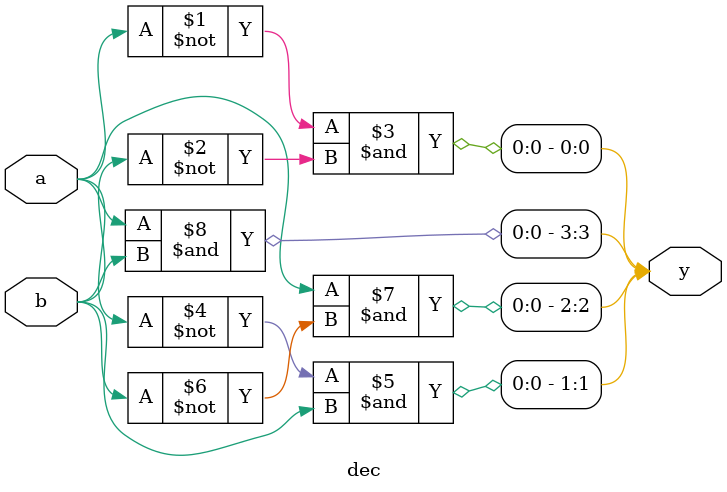
<source format=v>
module dec(a,b,y);
  input a,b;
  output [3:0]y;
  assign y[0]=~a&~b;
  assign y[1]=~a&b;
  assign y[2]=a&~b;
  assign y[3]=a&b;
 endmodule

</source>
